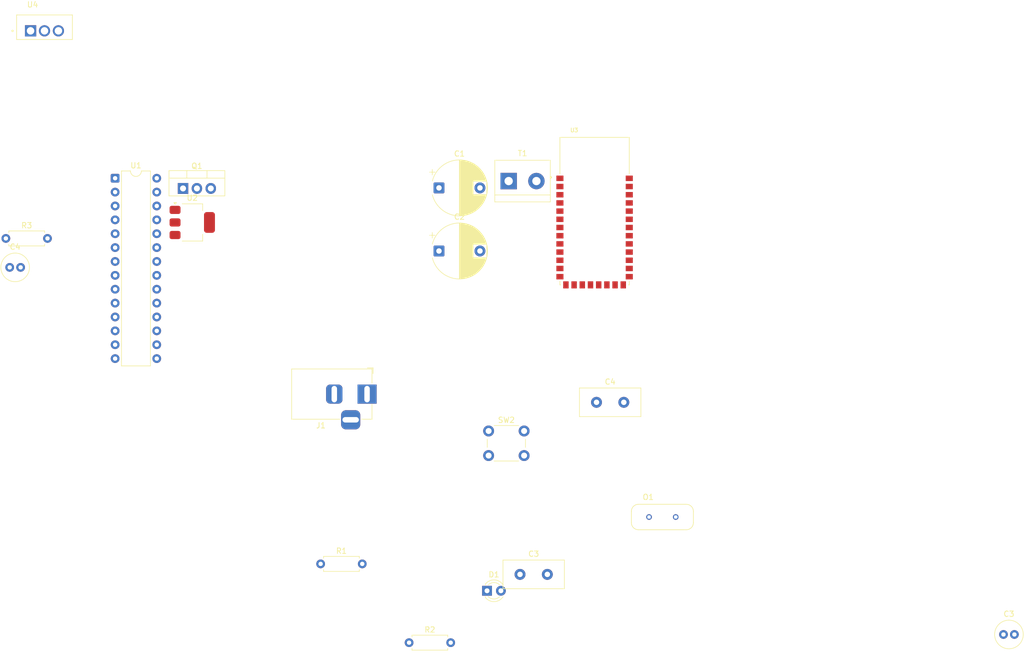
<source format=kicad_pcb>
(kicad_pcb (version 20241229) (generator "pcbnew") (generator_version "9.0")
  (layers (0 "F.Cu" signal) (2 "B.Cu" signal) (13 "F.Paste" user) (15 "B.Paste" user) (5 "F.SilkS" user "F.Silkscreen") (7 "B.SilkS" user "B.Silkscreen") (1 "F.Mask" user) (3 "B.Mask" user) (25 "Edge.Cuts" user))
  (net 0 "")
  (net 2 "Net-(D1-K)")
  (net 3 "Net-(U1-XTAL1{slash}PB6)")
  (net 7 "Net-(D1-A)")
  (net 8 "Net-(U1-XTAL2{slash}PB7)")
  (net 9 "Net-(U4-IN)")
  (net 15 "Net-(Q1-G)")
  (net 23 "GND")
  (net 24 "Net-(U1-PD4)")
  (net 25 "Net-(U1-PD2)")
  (net 26 "Net-(U1-~{RESET}{slash}PC6)")
  (net 27 "Net-(U1-AVCC)")
  (net 28 "Net-(U1-PD0)")
  (net 34 "Net-(U1-PD1)")
  (net 60 "/5V")
  (net 61 "Net-(Q1-D)")
  (footprint "Button_Switch_THT:SW_PUSH_6mm" (layer "F.Cu") (at 118.75 101.25)
    (property "Reference" "SW2" (at 3.25 -2 0) (layer "F.SilkS"))
    (property "Value" "Button")
    (pad "1" thru_hole circle (at 0 0 90) (size 2 2) (drill 1.1) (layers "*.Cu" "*.Mask") (net 25 "Net-(U1-PD2)"))
    (pad "1" thru_hole circle (at 6.5 0 90) (size 2 2) (drill 1.1) (layers "*.Cu" "*.Mask") (net 25 "Net-(U1-PD2)"))
    (pad "2" thru_hole circle (at 0 4.5 90) (size 2 2) (drill 1.1) (layers "*.Cu" "*.Mask") (net 23 "GND"))
    (pad "2" thru_hole circle (at 6.5 4.5 90) (size 2 2) (drill 1.1) (layers "*.Cu" "*.Mask") (net 23 "GND"))
  )
  (footprint "Capacitor_THT:C_Disc_D11.0mm_W5.0mm_P5.00mm" (layer "F.Cu") (at 124.5 127.5)
    (property "Reference" "C3" (at 2.5 -3.75 0) (layer "F.SilkS"))
    (property "Value" "22pF")
    (pad "1" thru_hole circle (at 0 0) (size 2 2) (drill 1) (layers "*.Cu" "*.Mask") (net 8 "Net-(U1-XTAL2{slash}PB7)"))
    (pad "2" thru_hole circle (at 5 0) (size 2 2) (drill 1) (layers "*.Cu" "*.Mask") (net 23 "GND"))
  )
  (footprint "Resistor_THT:R_Axial_DIN0207_L6.3mm_D2.5mm_P7.62mm_Horizontal" (layer "F.Cu") (at 30.38 66)
    (property "Reference" "R3" (at 3.81 -2.37 0) (layer "F.SilkS"))
    (property "Value" "10K")
    (pad "1" thru_hole circle (at 0 0) (size 1.6 1.6) (drill 0.8) (layers "*.Cu" "*.Mask") (net 25 "Net-(U1-PD2)"))
    (pad "2" thru_hole circle (at 7.62 0) (size 1.6 1.6) (drill 0.8) (layers "*.Cu" "*.Mask") (net 23 "GND"))
  )
  (footprint "LED_THT:LED_D3.0mm" (layer "F.Cu") (at 118.46 130.5)
    (property "Reference" "D1" (at 1.27 -2.96 0) (layer "F.SilkS"))
    (property "Value" "LED")
    (pad "1" thru_hole rect (at 0 0) (size 1.8 1.8) (drill 0.9) (layers "*.Cu" "*.Mask") (net 23 "GND"))
    (pad "2" thru_hole circle (at 2.54 0) (size 1.8 1.8) (drill 0.9) (layers "*.Cu" "*.Mask") (net 7 "Net-(D1-A)"))
  )
  (footprint "Package_DIP:DIP-28_W7.62mm" (layer "F.Cu") (at 50.38 54.98)
    (property "Reference" "U1" (at 3.81 -2.33 0) (layer "F.SilkS"))
    (property "Value" "ATmega328-P")
    (pad "1" thru_hole roundrect (at 0 0) (size 1.6 1.6) (drill 0.8) (layers "*.Cu" "*.Mask") (roundrect_rratio 0.15625) (net 26 "Net-(U1-~{RESET}{slash}PC6)"))
    (pad "2" thru_hole circle (at 0 2.54) (size 1.6 1.6) (drill 0.8) (layers "*.Cu" "*.Mask") (net 28 "Net-(U1-PD0)"))
    (pad "3" thru_hole circle (at 0 5.08) (size 1.6 1.6) (drill 0.8) (layers "*.Cu" "*.Mask") (net 34 "Net-(U1-PD1)"))
    (pad "4" thru_hole circle (at 0 7.62) (size 1.6 1.6) (drill 0.8) (layers "*.Cu" "*.Mask") (net 25 "Net-(U1-PD2)"))
    (pad "5" thru_hole circle (at 0 10.16) (size 1.6 1.6) (drill 0.8) (layers "*.Cu" "*.Mask") (net 15 "Net-(Q1-G)"))
    (pad "6" thru_hole circle (at 0 12.7) (size 1.6 1.6) (drill 0.8) (layers "*.Cu" "*.Mask") (net 24 "Net-(U1-PD4)"))
    (pad "7" thru_hole circle (at 0 15.24) (size 1.6 1.6) (drill 0.8) (layers "*.Cu" "*.Mask") (net 60 "/5V"))
    (pad "8" thru_hole circle (at 0 17.78) (size 1.6 1.6) (drill 0.8) (layers "*.Cu" "*.Mask") (net 23 "GND"))
    (pad "9" thru_hole circle (at 0 20.32) (size 1.6 1.6) (drill 0.8) (layers "*.Cu" "*.Mask") (net 3 "Net-(U1-XTAL1{slash}PB6)"))
    (pad "10" thru_hole circle (at 0 22.86) (size 1.6 1.6) (drill 0.8) (layers "*.Cu" "*.Mask") (net 8 "Net-(U1-XTAL2{slash}PB7)"))
    (pad "11" thru_hole circle (at 0 25.4) (size 1.6 1.6) (drill 0.8) (layers "*.Cu" "*.Mask"))
    (pad "12" thru_hole circle (at 0 27.94) (size 1.6 1.6) (drill 0.8) (layers "*.Cu" "*.Mask"))
    (pad "13" thru_hole circle (at 0 30.48) (size 1.6 1.6) (drill 0.8) (layers "*.Cu" "*.Mask"))
    (pad "14" thru_hole circle (at 0 33.02) (size 1.6 1.6) (drill 0.8) (layers "*.Cu" "*.Mask"))
    (pad "15" thru_hole circle (at 7.62 33.02) (size 1.6 1.6) (drill 0.8) (layers "*.Cu" "*.Mask"))
    (pad "16" thru_hole circle (at 7.62 30.48) (size 1.6 1.6) (drill 0.8) (layers "*.Cu" "*.Mask"))
    (pad "17" thru_hole circle (at 7.62 27.94) (size 1.6 1.6) (drill 0.8) (layers "*.Cu" "*.Mask"))
    (pad "18" thru_hole circle (at 7.62 25.4) (size 1.6 1.6) (drill 0.8) (layers "*.Cu" "*.Mask"))
    (pad "19" thru_hole circle (at 7.62 22.86) (size 1.6 1.6) (drill 0.8) (layers "*.Cu" "*.Mask"))
    (pad "20" thru_hole circle (at 7.62 20.32) (size 1.6 1.6) (drill 0.8) (layers "*.Cu" "*.Mask") (net 60 "/5V"))
    (pad "21" thru_hole circle (at 7.62 17.78) (size 1.6 1.6) (drill 0.8) (layers "*.Cu" "*.Mask"))
    (pad "22" thru_hole circle (at 7.62 15.24) (size 1.6 1.6) (drill 0.8) (layers "*.Cu" "*.Mask") (net 23 "GND"))
    (pad "23" thru_hole circle (at 7.62 12.7) (size 1.6 1.6) (drill 0.8) (layers "*.Cu" "*.Mask"))
    (pad "24" thru_hole circle (at 7.62 10.16) (size 1.6 1.6) (drill 0.8) (layers "*.Cu" "*.Mask"))
    (pad "25" thru_hole circle (at 7.62 7.62) (size 1.6 1.6) (drill 0.8) (layers "*.Cu" "*.Mask"))
    (pad "26" thru_hole circle (at 7.62 5.08) (size 1.6 1.6) (drill 0.8) (layers "*.Cu" "*.Mask"))
    (pad "27" thru_hole circle (at 7.62 2.54) (size 1.6 1.6) (drill 0.8) (layers "*.Cu" "*.Mask"))
    (pad "28" thru_hole circle (at 7.62 0) (size 1.6 1.6) (drill 0.8) (layers "*.Cu" "*.Mask"))
  )
  (footprint "TerminalBlock:TerminalBlock_bornier-2_P5.08mm" (layer "F.Cu") (at 122.42 55.5)
    (property "Reference" "T1" (at 2.54 -5.08 0) (layer "F.SilkS"))
    (property "Value" "Humidifier Output")
    (pad "1" thru_hole rect (at 0 0) (size 3 3) (drill 1.52) (layers "*.Cu" "*.Mask") (net 60 "/5V"))
    (pad "2" thru_hole circle (at 5.08 0) (size 3 3) (drill 1.52) (layers "*.Cu" "*.Mask") (net 61 "Net-(Q1-D)"))
  )
  (footprint "Capacitor_THT:C_Radial_D5.0mm_H11.0mm_P2.00mm" (layer "F.Cu") (at 213 138.5)
    (property "Reference" "C3" (at 1 -3.75 0) (layer "F.SilkS"))
    (property "Value" "10uF")
    (pad "1" thru_hole circle (at 0 0) (size 1.6 1.6) (drill 0.8) (layers "*.Cu" "*.Mask") (net 27 "Net-(U1-AVCC)"))
    (pad "2" thru_hole circle (at 2 0) (size 1.6 1.6) (drill 0.8) (layers "*.Cu" "*.Mask") (net 2 "Net-(D1-K)"))
  )
  (footprint "Connector_BarrelJack:BarrelJack_Horizontal" (layer "F.Cu") (at 96.5 94.5)
    (property "Reference" "J1" (at -8.45 5.75 0) (layer "F.SilkS"))
    (property "Value" "Barrel_Jack_Switch")
    (pad "1" thru_hole rect (at 0 0) (size 3.5 3.5) (drill oval 1 3) (layers "*.Cu" "*.Mask") (net 9 "Net-(U4-IN)"))
    (pad "2" thru_hole roundrect (at -6 0) (size 3 3.5) (drill oval 1 3) (layers "*.Cu" "*.Mask") (net 23 "GND"))
    (pad "3" thru_hole roundrect (at -3 4.7) (size 3.5 3.5) (drill oval 3 1) (layers "*.Cu" "*.Mask") (net 23 "GND"))
  )
  (footprint "L7805:TO255P1020X450X2000-3" (layer "F.Cu") (at 37.45 27.3375)
    (property "Reference" "U4" (at -2.175 -4.135 0) (layer "F.SilkS"))
    (property "Value" "L7805")
    (pad "1" thru_hole rect (at -2.55 0.6625) (size 2.055 2.055) (drill 1.37) (layers "*.Cu" "*.Mask") (net 9 "Net-(U4-IN)"))
    (pad "2" thru_hole circle (at 0 0.6625) (size 2.055 2.055) (drill 1.37) (layers "*.Cu" "*.Mask") (net 23 "GND"))
    (pad "3" thru_hole circle (at 2.55 0.6625) (size 2.055 2.055) (drill 1.37) (layers "*.Cu" "*.Mask") (net 60 "/5V"))
  )
  (footprint "Resistor_THT:R_Axial_DIN0207_L6.3mm_D2.5mm_P7.62mm_Horizontal" (layer "F.Cu") (at 104.19 140)
    (property "Reference" "R2" (at 3.81 -2.37 0) (layer "F.SilkS"))
    (property "Value" "330")
    (pad "1" thru_hole circle (at 0 0) (size 1.6 1.6) (drill 0.8) (layers "*.Cu" "*.Mask") (net 7 "Net-(D1-A)"))
    (pad "2" thru_hole circle (at 7.62 0) (size 1.6 1.6) (drill 0.8) (layers "*.Cu" "*.Mask") (net 24 "Net-(U1-PD4)"))
  )
  (footprint "Capacitor_THT:C_Disc_D11.0mm_W5.0mm_P5.00mm" (layer "F.Cu") (at 138.5 96)
    (property "Reference" "C4" (at 2.5 -3.75 0) (layer "F.SilkS"))
    (property "Value" "22pF")
    (pad "1" thru_hole circle (at 0 0) (size 2 2) (drill 1) (layers "*.Cu" "*.Mask") (net 3 "Net-(U1-XTAL1{slash}PB6)"))
    (pad "2" thru_hole circle (at 5 0) (size 2 2) (drill 1) (layers "*.Cu" "*.Mask") (net 23 "GND"))
  )
  (footprint "Package_TO_SOT_SMD:SOT-223-3_TabPin2" (layer "F.Cu") (at 64.5 63.075)
    (property "Reference" "U2" (at 0 -4.5 0) (layer "F.SilkS"))
    (property "Value" "AMS1117-5.0")
    (pad "1" smd roundrect (at -3.15 -2.3) (size 2 1.5) (layers "F.Cu" "F.Mask" "F.Paste"))
    (pad "2" smd roundrect (at -3.15 0) (size 2 1.5) (layers "F.Cu" "F.Mask" "F.Paste"))
    (pad "2" smd roundrect (at 3.15 0) (size 2 3.8) (layers "F.Cu" "F.Mask" "F.Paste"))
    (pad "3" smd roundrect (at -3.15 2.3) (size 2 1.5) (layers "F.Cu" "F.Mask" "F.Paste"))
  )
  (footprint "Resistor_THT:R_Axial_DIN0207_L6.3mm_D2.5mm_P7.62mm_Horizontal" (layer "F.Cu") (at 88 125.58)
    (property "Reference" "R1" (at 3.81 -2.37 0) (layer "F.SilkS"))
    (property "Value" "10K")
    (pad "1" thru_hole circle (at 0 0) (size 1.6 1.6) (drill 0.8) (layers "*.Cu" "*.Mask") (net 60 "/5V"))
    (pad "2" thru_hole circle (at 7.62 0) (size 1.6 1.6) (drill 0.8) (layers "*.Cu" "*.Mask") (net 26 "Net-(U1-~{RESET}{slash}PC6)"))
  )
  (footprint "Capacitor_THT:CP_Radial_D10.0mm_P7.50mm" (layer "F.Cu") (at 109.664646 68.3)
    (property "Reference" "C2" (at 3.75 -6.25 0) (layer "F.SilkS"))
    (property "Value" "10uF")
    (pad "1" thru_hole roundrect (at 0 0) (size 2 2) (drill 1) (layers "*.Cu" "*.Mask") (roundrect_rratio 0.125) (net 60 "/5V"))
    (pad "2" thru_hole circle (at 7.5 0) (size 2 2) (drill 1) (layers "*.Cu" "*.Mask") (net 23 "GND"))
  )
  (footprint "Capacitor_THT:C_Radial_D5.0mm_H11.0mm_P2.00mm" (layer "F.Cu") (at 31.08 71.3)
    (property "Reference" "C4" (at 1 -3.75 0) (layer "F.SilkS"))
    (property "Value" "10uF")
    (pad "1" thru_hole circle (at 0 0) (size 1.6 1.6) (drill 0.8) (layers "*.Cu" "*.Mask") (net 27 "Net-(U1-AVCC)"))
    (pad "2" thru_hole circle (at 2 0) (size 1.6 1.6) (drill 0.8) (layers "*.Cu" "*.Mask") (net 2 "Net-(D1-K)"))
  )
  (footprint "HC-05:XCVR_HC-05" (layer "F.Cu") (at 138.15 61.325)
    (property "Reference" "U3" (at -3.73221 -15.139908 0) (layer "F.SilkS") (effects (font (size 0.700643 0.700643))))
    (property "Value" "HC-05")
    (pad "1" smd rect (at -6.35 -6.325) (size 1.3 1) (layers "F.Cu" "F.Mask" "F.Paste") (net 28 "Net-(U1-PD0)"))
    (pad "2" smd rect (at -6.35 -4.825) (size 1.3 1) (layers "F.Cu" "F.Mask" "F.Paste") (net 34 "Net-(U1-PD1)"))
    (pad "3" smd rect (at -6.35 -3.325) (size 1.3 1) (layers "F.Cu" "F.Mask" "F.Paste"))
    (pad "4" smd rect (at -6.35 -1.825) (size 1.3 1) (layers "F.Cu" "F.Mask" "F.Paste"))
    (pad "5" smd rect (at -6.35 -0.325) (size 1.3 1) (layers "F.Cu" "F.Mask" "F.Paste"))
    (pad "6" smd rect (at -6.35 1.175) (size 1.3 1) (layers "F.Cu" "F.Mask" "F.Paste"))
    (pad "7" smd rect (at -6.35 2.675) (size 1.3 1) (layers "F.Cu" "F.Mask" "F.Paste"))
    (pad "8" smd rect (at -6.35 4.175) (size 1.3 1) (layers "F.Cu" "F.Mask" "F.Paste"))
    (pad "9" smd rect (at -6.35 5.675) (size 1.3 1) (layers "F.Cu" "F.Mask" "F.Paste"))
    (pad "10" smd rect (at -6.35 7.175) (size 1.3 1) (layers "F.Cu" "F.Mask" "F.Paste"))
    (pad "11" smd rect (at -6.35 8.675) (size 1.3 1) (layers "F.Cu" "F.Mask" "F.Paste"))
    (pad "12" smd rect (at -6.35 10.175) (size 1.3 1) (layers "F.Cu" "F.Mask" "F.Paste") (net 60 "/5V"))
    (pad "13" smd rect (at -6.35 11.675) (size 1.3 1) (layers "F.Cu" "F.Mask" "F.Paste") (net 23 "GND"))
    (pad "14" smd rect (at -5.25 13.175) (size 1 1.3) (layers "F.Cu" "F.Mask" "F.Paste"))
    (pad "15" smd rect (at -3.75 13.175) (size 1 1.3) (layers "F.Cu" "F.Mask" "F.Paste"))
    (pad "16" smd rect (at -2.25 13.175) (size 1 1.3) (layers "F.Cu" "F.Mask" "F.Paste"))
    (pad "17" smd rect (at -0.75 13.175) (size 1 1.3) (layers "F.Cu" "F.Mask" "F.Paste"))
    (pad "18" smd rect (at 0.75 13.175) (size 1 1.3) (layers "F.Cu" "F.Mask" "F.Paste"))
    (pad "19" smd rect (at 2.25 13.175) (size 1 1.3) (layers "F.Cu" "F.Mask" "F.Paste"))
    (pad "20" smd rect (at 3.75 13.175) (size 1 1.3) (layers "F.Cu" "F.Mask" "F.Paste"))
    (pad "21" smd rect (at 5.25 13.175) (size 1 1.3) (layers "F.Cu" "F.Mask" "F.Paste") (net 23 "GND"))
    (pad "22" smd rect (at 6.35 11.675) (size 1.3 1) (layers "F.Cu" "F.Mask" "F.Paste") (net 23 "GND"))
    (pad "23" smd rect (at 6.35 10.175) (size 1.3 1) (layers "F.Cu" "F.Mask" "F.Paste"))
    (pad "24" smd rect (at 6.35 8.675) (size 1.3 1) (layers "F.Cu" "F.Mask" "F.Paste"))
    (pad "25" smd rect (at 6.35 7.175) (size 1.3 1) (layers "F.Cu" "F.Mask" "F.Paste"))
    (pad "26" smd rect (at 6.35 5.675) (size 1.3 1) (layers "F.Cu" "F.Mask" "F.Paste"))
    (pad "27" smd rect (at 6.35 4.175) (size 1.3 1) (layers "F.Cu" "F.Mask" "F.Paste"))
    (pad "28" smd rect (at 6.35 2.675) (size 1.3 1) (layers "F.Cu" "F.Mask" "F.Paste"))
    (pad "29" smd rect (at 6.35 1.175) (size 1.3 1) (layers "F.Cu" "F.Mask" "F.Paste"))
    (pad "30" smd rect (at 6.35 -0.325) (size 1.3 1) (layers "F.Cu" "F.Mask" "F.Paste"))
    (pad "31" smd rect (at 6.35 -1.825) (size 1.3 1) (layers "F.Cu" "F.Mask" "F.Paste"))
    (pad "32" smd rect (at 6.35 -3.325) (size 1.3 1) (layers "F.Cu" "F.Mask" "F.Paste"))
    (pad "33" smd rect (at 6.35 -4.825) (size 1.3 1) (layers "F.Cu" "F.Mask" "F.Paste"))
    (pad "34" smd rect (at 6.35 -6.325) (size 1.3 1) (layers "F.Cu" "F.Mask" "F.Paste"))
  )
  (footprint "16MHz crystal oscillator:XTAL_ECS-160-20-4-DN" (layer "F.Cu") (at 150.56 117)
    (property "Reference" "O1" (at -2.597085 -3.637935 0) (layer "F.SilkS") (effects (font (size 1.000811 1.000811))))
    (property "Value" "16MHz")
    (pad "1" thru_hole circle (at -2.44 0) (size 1.03 1.03) (drill 0.63) (layers "*.Cu" "*.Mask") (net 8 "Net-(U1-XTAL2{slash}PB7)"))
    (pad "2" thru_hole circle (at 2.44 0) (size 1.03 1.03) (drill 0.63) (layers "*.Cu" "*.Mask") (net 3 "Net-(U1-XTAL1{slash}PB6)"))
  )
  (footprint "Package_TO_SOT_THT:TO-220-3_Vertical" (layer "F.Cu") (at 62.81 56.85)
    (property "Reference" "Q1" (at 2.54 -4.1 0) (layer "F.SilkS"))
    (property "Value" "IRLZ44N")
    (pad "1" thru_hole rect (at 0 0) (size 1.905 2) (drill 1.1) (layers "*.Cu" "*.Mask") (net 15 "Net-(Q1-G)"))
    (pad "2" thru_hole oval (at 2.54 0) (size 1.905 2) (drill 1.1) (layers "*.Cu" "*.Mask") (net 61 "Net-(Q1-D)"))
    (pad "3" thru_hole oval (at 5.08 0) (size 1.905 2) (drill 1.1) (layers "*.Cu" "*.Mask") (net 23 "GND"))
  )
  (footprint "Capacitor_THT:CP_Radial_D10.0mm_P7.50mm" (layer "F.Cu") (at 109.664646 56.75)
    (property "Reference" "C1" (at 3.75 -6.25 0) (layer "F.SilkS"))
    (property "Value" "10uF")
    (pad "1" thru_hole roundrect (at 0 0) (size 2 2) (drill 1) (layers "*.Cu" "*.Mask") (roundrect_rratio 0.125) (net 60 "/5V"))
    (pad "2" thru_hole circle (at 7.5 0) (size 2 2) (drill 1) (layers "*.Cu" "*.Mask") (net 23 "GND"))
  )
)
</source>
